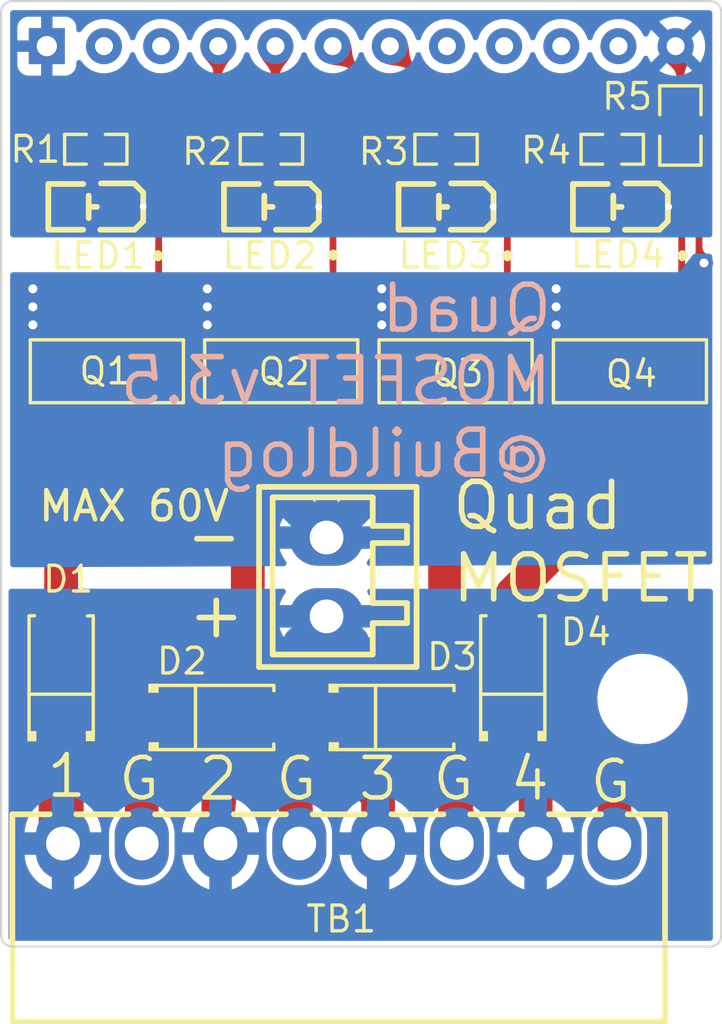
<source format=kicad_pcb>
(kicad_pcb (version 20211014) (generator pcbnew)
  (layers (0 "F.Cu" signal) (31 "B.Cu" signal) (34 "B.Paste" user) (35 "F.Paste" user) (36 "B.SilkS" user "B.Silkscreen") (37 "F.SilkS" user "F.Silkscreen") (38 "B.Mask" user) (39 "F.Mask" user) (44 "Edge.Cuts" user))
  (net 0 "")
  (net 1 "VM")
  (net 2 "GND_VM")
  (net 3 "GND")
  (net 4 "Q4_2")
  (net 5 "Q1_2")
  (net 6 "Q3_2")
  (net 7 "Q2_2")
  (net 8 "MOD1_7")
  (net 9 "MOD1_6")
  (net 10 "MOD1_5")
  (net 11 "MOD1_4")
  (net 12 "LED4_1")
  (net 13 "LED3_1")
  (net 14 "LED2_1")
  (net 15 "LED1_1")
  (footprint "easyeda:SOT-223_L6.5-W3.5-P2.30-LS7.0-BR" (layer "F.Cu") (at 129.589 89.863 90)
    (fp_text reference "Q1")
    (fp_text value "NCE6005AR" hide)
  )
  (footprint "easyeda:R0603" (layer "F.Cu") (at 152.0435 80.001)
    (fp_text reference "R4")
    (fp_text value "5.1kΩ" hide)
  )
  (footprint "easyeda:6 PACK MODULE PCB BOTTOM" (layer "F.Cu") (at 154.86 75.42)
    (fp_text reference "MOD1" hide)
    (fp_text value "6 Pack Module Pins Bottom" hide)
    (fp_line (start -29.97 -1.5) (end -29.97 39.5) (layer "Edge.Cuts") (width 0.1))
    (fp_line (start 1.53 -2) (end -29.47 -2) (layer "Edge.Cuts") (width 0.1))
    (fp_line (start 2.03 39.5) (end 2.03 -1.5) (layer "Edge.Cuts") (width 0.1))
    (fp_line (start -29.47 40) (end 1.53 40) (layer "Edge.Cuts") (width 0.1))
    (fp_arc (start -29.97 -1.5) (mid -29.823553 -1.853553) (end -29.47 -2) (layer "Edge.Cuts") (width 0.1))
    (fp_arc (start 1.53 -2) (mid 1.883553 -1.853553) (end 2.03 -1.5) (layer "Edge.Cuts") (width 0.1))
    (fp_arc (start -29.47 40) (mid -29.823553 39.853553) (end -29.97 39.5) (layer "Edge.Cuts") (width 0.1))
    (fp_arc (start 2.03 39.5) (mid 1.883553 39.853553) (end 1.53 40) (layer "Edge.Cuts") (width 0.1))
  )
  (footprint "easyeda:LED0805-R-RD" (layer "F.Cu") (at 152.29 82.56 180)
    (fp_text reference "LED4")
    (fp_text value "SZYY0805G" hide)
  )
  (footprint "easyeda:LED0805-R-RD" (layer "F.Cu") (at 128.98 82.56 180)
    (fp_text reference "LED1")
    (fp_text value "SZYY0805G" hide)
  )
  (footprint "easyeda:LED0805-R-RD" (layer "F.Cu") (at 136.7845 82.56 180)
    (fp_text reference "LED2")
    (fp_text value "SZYY0805G" hide)
  )
  (footprint "easyeda:SMA_L4.3-W2.6-LS5.2-RD" (layer "F.Cu") (at 142.41 105.243)
    (fp_text reference "D3")
    (fp_text value "B340A" hide)
  )
  (footprint "easyeda:CONN-TH_8P-P3.50_KF2EDGR-3.5-8P" (layer "F.Cu") (at 139.889 110.843)
    (fp_text reference "TB1")
    (fp_text value "KF2EDGR-3.5-8P" hide)
  )
  (footprint "easyeda:SOT-223_L6.5-W3.5-P2.30-LS7.0-BR" (layer "F.Cu") (at 137.336 89.863 90)
    (fp_text reference "Q2")
    (fp_text value "NCE6005AR" hide)
  )
  (footprint "easyeda:LED0805-R-RD" (layer "F.Cu") (at 144.543 82.56 180)
    (fp_text reference "LED3")
    (fp_text value "SZYY0805G" hide)
  )
  (footprint "easyeda:R0805" (layer "F.Cu") (at 155.07 78.944 -90)
    (fp_text reference "R5")
    (fp_text value "10MΩ" hide)
  )
  (footprint "easyeda:SOT-223_L6.5-W3.5-P2.30-LS7.0-BR" (layer "F.Cu") (at 145.083 89.863 90)
    (fp_text reference "Q3")
    (fp_text value "NCE6005AR" hide)
  )
  (footprint "easyeda:SMA_L4.3-W2.6-LS5.2-RD" (layer "F.Cu") (at 147.623 103.325 90)
    (fp_text reference "D4")
    (fp_text value "B340A" hide)
  )
  (footprint "easyeda:CONN-TH_P3.50_KF2EDGV-3.5-2P" (layer "F.Cu") (at 139.35 99 90)
    (fp_text reference "TB2" hide)
    (fp_text value "KF2EDGV-3.5-2P" hide)
  )
  (footprint "easyeda:SMA_L4.3-W2.6-LS5.2-RD" (layer "F.Cu") (at 127.557 103.325 90)
    (fp_text reference "D1")
    (fp_text value "B340A" hide)
  )
  (footprint "easyeda:SOT-223_L6.5-W3.5-P2.30-LS7.0-BR" (layer "F.Cu") (at 152.83 89.863 90)
    (fp_text reference "Q4")
    (fp_text value "NCE6005AR" hide)
  )
  (footprint "easyeda:R0603" (layer "F.Cu") (at 144.6585 80.001)
    (fp_text reference "R3")
    (fp_text value "5.1kΩ" hide)
  )
  (footprint "easyeda:SMA_L4.3-W2.6-LS5.2-RD" (layer "F.Cu") (at 134.409 105.243)
    (fp_text reference "D2")
    (fp_text value "B340A" hide)
  )
  (footprint "easyeda:R0603" (layer "F.Cu") (at 129.0955 80.001)
    (fp_text reference "R1")
    (fp_text value "5.1kΩ" hide)
  )
  (footprint "easyeda:R0603" (layer "F.Cu") (at 136.9 80.001)
    (fp_text reference "R2")
    (fp_text value "5.1kΩ" hide)
  )
  (gr_line (start 142.924 96.732) (end 141.4 96.732) (layer "F.SilkS") (width 0.254))
  (gr_line (start 141.4 102.447) (end 141.4 101.05) (layer "F.SilkS") (width 0.254))
  (gr_line (start 136.955 95.462) (end 136.955 102.447) (layer "F.SilkS") (width 0.254))
  (gr_line (start 141.4 95.462) (end 136.955 95.462) (layer "F.SilkS") (width 0.254))
  (gr_line (start 136.955 102.447) (end 141.4 102.447) (layer "F.SilkS") (width 0.254))
  (gr_line (start 142.924 97.494) (end 142.924 96.732) (layer "F.SilkS") (width 0.254))
  (gr_line (start 141.4 97.494) (end 142.924 97.494) (layer "F.SilkS") (width 0.254))
  (gr_line (start 141.4 96.732) (end 141.4 95.462) (layer "F.SilkS") (width 0.254))
  (gr_line (start 141.4 101.05) (end 142.924 101.05) (layer "F.SilkS") (width 0.254))
  (gr_line (start 141.4 100.161) (end 141.4 97.494) (layer "F.SilkS") (width 0.254))
  (gr_line (start 142.924 100.161) (end 141.4 100.161) (layer "F.SilkS") (width 0.254))
  (gr_line (start 142.924 101.05) (end 142.924 100.161) (layer "F.SilkS") (width 0.254))
  (gr_text "Quad\nMOSFET v3.5 \n@Buildlog" (at 149.5 90.3) (layer "B.SilkS") (effects (font (size 2 2) (thickness 0.25)) (justify left mirror)))
  (gr_text "+" (at 134.45 100.65) (layer "F.SilkS") (effects (font (size 2 2) (thickness 0.25))))
  (gr_text "G" (at 150.94 108.097) (layer "F.SilkS") (effects (font (size 1.8 1.8) (thickness 0.203)) (justify left)))
  (gr_text "4" (at 147.384 107.97) (layer "F.SilkS") (effects (font (size 1.8 1.8) (thickness 0.203)) (justify left)))
  (gr_text "G" (at 129.985 107.97) (layer "F.SilkS") (effects (font (size 1.8 1.8) (thickness 0.203)) (justify left)))
  (gr_text "-" (at 134.35 97.15) (layer "F.SilkS") (effects (font (size 2 2) (thickness 0.25))))
  (gr_text "Quad\nMOSFET" (at 144.8 97.45) (layer "F.SilkS") (effects (font (size 2 2) (thickness 0.25)) (justify left)))
  (gr_text "G" (at 143.955 107.97) (layer "F.SilkS") (effects (font (size 1.8 1.8) (thickness 0.203)) (justify left)))
  (gr_text "1" (at 126.81 107.843) (layer "F.SilkS") (effects (font (size 1.8 1.8) (thickness 0.203)) (justify left)))
  (gr_text "3" (at 140.653 107.97) (layer "F.SilkS") (effects (font (size 1.8 1.8) (thickness 0.203)) (justify left)))
  (gr_text "2" (at 133.541 107.97) (layer "F.SilkS") (effects (font (size 1.8 1.8) (thickness 0.203)) (justify left)))
  (gr_text "MAX 60V" (at 130.8 95.85) (layer "F.SilkS") (effects (font (size 1.3 1.3) (thickness 0.2))))
  (gr_text "G" (at 136.97 107.97) (layer "F.SilkS") (effects (font (size 1.8 1.8) (thickness 0.203)) (justify left)))
  (segment (start 141.639 110.64) (end 141.639 108.7255) (width 1.5) (layer "F.Cu") (net 1))
  (segment (start 132.215 106.205) (end 134.542 108.532) (width 1.5) (layer "F.Cu") (net 1))
  (segment (start 148.639 108.589) (end 147.623 107.573) (width 1.5) (layer "F.Cu") (net 1))
  (segment (start 134.542 110.543) (end 134.639 110.64) (width 1.5) (layer "F.Cu") (net 1))
  (segment (start 127.557 110.557) (end 127.64 110.64) (width 2) (layer "F.Cu") (net 1))
  (segment (start 141.639 108.7255) (end 140.216 107.3025) (width 1.5) (layer "F.Cu") (net 1))
  (segment (start 140.216 107.3025) (end 140.216 105.484) (width 1.5) (layer "F.Cu") (net 1))
  (segment (start 148.639 110.64) (end 148.639 108.589) (width 1.5) (layer "F.Cu") (net 1))
  (segment (start 134.542 108.532) (end 134.542 110.543) (width 1.5) (layer "F.Cu") (net 1))
  (segment (start 147.623 107.573) (end 147.623 105.525) (width 1.5) (layer "F.Cu") (net 1))
  (segment (start 127.557 105.525) (end 127.557 110.557) (width 2) (layer "F.Cu") (net 1))
  (segment (start 132.215 105.484) (end 132.215 106.205) (width 1.5) (layer "F.Cu") (net 1))
  (segment (start 139.35 100.75) (end 140.5 101.9) (width 1.5) (layer "B.Cu") (net 1))
  (segment (start 139.35 100.75) (end 138.15 101.95) (width 1.5) (layer "B.Cu") (net 1))
  (segment (start 155.07 79.91) (end 155.9 80.74) (width 0.3) (layer "F.Cu") (net 2))
  (segment (start 155.9 80.74) (end 155.9 84.83) (width 0.3) (layer "F.Cu") (net 2))
  (segment (start 155.9 84.83) (end 156.12 85.05) (width 0.3) (layer "F.Cu") (net 2))
  (via (at 134.05 86.2) (size 0.8) (drill 0.4) (layers "F.Cu" "B.Cu") (net 2))
  (via (at 134.05 87) (size 0.8) (drill 0.4) (layers "F.Cu" "B.Cu") (net 2))
  (via (at 149.55 87) (size 0.8) (drill 0.4) (layers "F.Cu" "B.Cu") (net 2))
  (via (at 141.8 87.8) (size 0.8) (drill 0.4) (layers "F.Cu" "B.Cu") (net 2))
  (via (at 126.3 87) (size 0.8) (drill 0.4) (layers "F.Cu" "B.Cu") (net 2))
  (via (at 141.8 87) (size 0.8) (drill 0.4) (layers "F.Cu" "B.Cu") (net 2))
  (via (at 126.3 87.8) (size 0.8) (drill 0.4) (layers "F.Cu" "B.Cu") (net 2))
  (via (at 141.8 86.2) (size 0.8) (drill 0.4) (layers "F.Cu" "B.Cu") (net 2))
  (via (at 134.05 87.8) (size 0.8) (drill 0.4) (layers "F.Cu" "B.Cu") (net 2))
  (via (at 149.55 87.8) (size 0.8) (drill 0.4) (layers "F.Cu" "B.Cu") (net 2))
  (via (at 126.3 86.2) (size 0.8) (drill 0.4) (layers "F.Cu" "B.Cu") (net 2))
  (via (at 156.12 85.05) (size 0.8) (drill 0.4) (layers "F.Cu" "B.Cu") (net 2))
  (via (at 149.55 86.2) (size 0.8) (drill 0.4) (layers "F.Cu" "B.Cu") (net 2))
  (segment (start 139.35 97.25) (end 138 95.9) (width 1.5) (layer "B.Cu") (net 2))
  (segment (start 139.35 97.25) (end 140.7 95.9) (width 1.5) (layer "B.Cu") (net 2))
  (segment (start 131.2 82.55) (end 130.04 82.55) (width 0.3) (layer "F.Cu") (net 3))
  (segment (start 155.07 75.63) (end 154.86 75.42) (width 0.3) (layer "F.Cu") (net 3))
  (segment (start 139 82.56) (end 137.8345 82.56) (width 0.3) (layer "F.Cu") (net 3))
  (segment (start 130.04 82.55) (end 130.03 82.56) (width 0.3) (layer "F.Cu") (net 3))
  (segment (start 146.75 82.56) (end 145.593 82.56) (width 0.3) (layer "F.Cu") (net 3))
  (segment (start 154.24 82.56) (end 154.49 82.56) (width 0.3) (layer "F.Cu") (net 3))
  (segment (start 155.07 77.978) (end 155.07 75.63) (width 0.3) (layer "F.Cu") (net 3))
  (segment (start 154.49 82.56) (end 154.5 82.55) (width 0.3) (layer "F.Cu") (net 3))
  (segment (start 153.34 82.56) (end 154.24 82.56) (width 0.3) (layer "F.Cu") (net 3))
  (via (at 131.2 82.55) (size 0.6) (drill 0.3) (layers "F.Cu" "B.Cu") (net 3))
  (via (at 146.75 82.56) (size 0.6) (drill 0.3) (layers "F.Cu" "B.Cu") (net 3))
  (via (at 139 82.56) (size 0.6) (drill 0.3) (layers "F.Cu" "B.Cu") (net 3))
  (via (at 154.55 82.56) (size 0.6) (drill 0.3) (layers "F.Cu" "B.Cu") (net 3))
  (segment (start 152.139 108.539) (end 149.782 106.182) (width 1.5) (layer "F.Cu") (net 4))
  (segment (start 152.83 94.523) (end 147.623 99.73) (width 1.5) (layer "F.Cu") (net 4))
  (segment (start 152.139 110.64) (end 152.139 108.539) (width 1.5) (layer "F.Cu") (net 4))
  (segment (start 149.782 103.833) (end 147.623 101.674) (width 1.5) (layer "F.Cu") (net 4))
  (segment (start 147.623 99.73) (end 147.623 101.125) (width 1.5) (layer "F.Cu") (net 4))
  (segment (start 152.83 87.006) (end 152.83 92.721) (width 1) (layer "F.Cu") (net 4))
  (segment (start 147.623 101.674) (end 147.623 101.125) (width 1.5) (layer "F.Cu") (net 4))
  (segment (start 152.83 92.721) (end 152.83 94.523) (width 1.5) (layer "F.Cu") (net 4))
  (segment (start 149.782 106.182) (end 149.782 103.833) (width 1.5) (layer "F.Cu") (net 4))
  (segment (start 131.138 108.811) (end 131.138 110.64) (width 1.5) (layer "F.Cu") (net 5))
  (segment (start 129.589 95.451) (end 129.589 92.721) (width 1.5) (layer "F.Cu") (net 5))
  (segment (start 127.557 97.483) (end 129.589 95.451) (width 1.5) (layer "F.Cu") (net 5))
  (segment (start 127.897 101.125) (end 129.97 103.198) (width 1.5) (layer "F.Cu") (net 5))
  (segment (start 127.557 101.125) (end 127.897 101.125) (width 1.5) (layer "F.Cu") (net 5))
  (segment (start 129.97 103.198) (end 129.97 107.643) (width 1.5) (layer "F.Cu") (net 5))
  (segment (start 129.589 87.006) (end 129.589 92.721) (width 1) (layer "F.Cu") (net 5))
  (segment (start 127.557 101.125) (end 127.557 97.483) (width 1.5) (layer "F.Cu") (net 5))
  (segment (start 129.97 107.643) (end 131.138 108.811) (width 1.5) (layer "F.Cu") (net 5))
  (segment (start 145.083 108.151) (end 145.083 110.584) (width 1.5) (layer "F.Cu") (net 6))
  (segment (start 144.616 93.188) (end 144.616 105.484) (width 1.5) (layer "F.Cu") (net 6))
  (segment (start 144.616 107.684) (end 145.083 108.151) (width 1.5) (layer "F.Cu") (net 6))
  (segment (start 144.616 105.484) (end 144.616 107.684) (width 1.5) (layer "F.Cu") (net 6))
  (segment (start 145.083 87.006) (end 145.083 92.721) (width 1) (layer "F.Cu") (net 6))
  (segment (start 145.083 92.721) (end 144.616 93.188) (width 1.5) (layer "F.Cu") (net 6))
  (segment (start 145.083 110.584) (end 145.139 110.64) (width 1.5) (layer "F.Cu") (net 6))
  (segment (start 138.139 110.64) (end 137.971 110.472) (width 1.5) (layer "F.Cu") (net 7))
  (segment (start 137.971 108.704) (end 136.615 107.348) (width 1.5) (layer "F.Cu") (net 7))
  (segment (start 137.971 110.472) (end 137.971 108.704) (width 1.5) (layer "F.Cu") (net 7))
  (segment (start 136.615 103.065) (end 135.85 102.3) (width 1.5) (layer "F.Cu") (net 7))
  (segment (start 135.85 96.103) (end 137.336 94.617) (width 1.5) (layer "F.Cu") (net 7))
  (segment (start 137.336 94.617) (end 137.336 92.721) (width 1.5) (layer "F.Cu") (net 7))
  (segment (start 136.615 107.348) (end 136.615 103.065) (width 1.5) (layer "F.Cu") (net 7))
  (segment (start 137.336 87.006) (end 137.336 92.721) (width 1) (layer "F.Cu") (net 7))
  (segment (start 135.85 102.3) (end 135.85 96.103) (width 1.5) (layer "F.Cu") (net 7))
  (segment (start 142.16 75.42) (end 144.14 77.4) (width 0.3) (layer "F.Cu") (net 8))
  (segment (start 144.14 77.4) (end 150.1955 77.4) (width 0.3) (layer "F.Cu") (net 8))
  (segment (start 155.13 81.83) (end 155.13 87.005) (width 0.3) (layer "F.Cu") (net 8))
  (segment (start 154.4 81.1) (end 155.13 81.83) (width 0.3) (layer "F.Cu") (net 8))
  (segment (start 152.7965 80.001) (end 153.8955 81.1) (width 0.3) (layer "F.Cu") (net 8))
  (segment (start 153.8955 81.1) (end 154.4 81.1) (width 0.3) (layer "F.Cu") (net 8))
  (segment (start 150.1955 77.4) (end 152.7965 80.001) (width 0.3) (layer "F.Cu") (net 8))
  (segment (start 145.4115 80.001) (end 146.501 80.001) (width 0.3) (layer "F.Cu") (net 9))
  (segment (start 142.6 78.4) (end 139.62 75.42) (width 0.3) (layer "F.Cu") (net 9))
  (segment (start 147.383 80.883) (end 147.383 87.005) (width 0.3) (layer "F.Cu") (net 9))
  (segment (start 145.4115 80.001) (end 143.8105 78.4) (width 0.3) (layer "F.Cu") (net 9))
  (segment (start 146.501 80.001) (end 147.383 80.883) (width 0.3) (layer "F.Cu") (net 9))
  (segment (start 143.8105 78.4) (end 142.6 78.4) (width 0.3) (layer "F.Cu") (net 9))
  (segment (start 137.08 75.42) (end 137.08 79.428) (width 0.3) (layer "F.Cu") (net 10))
  (segment (start 137.08 79.428) (end 137.653 80.001) (width 0.3) (layer "F.Cu") (net 10))
  (segment (start 139.636 80.736) (end 139.636 87.005) (width 0.3) (layer "F.Cu") (net 10))
  (segment (start 139.636 80.736) (end 138.901 80.001) (width 0.3) (layer "F.Cu") (net 10))
  (segment (start 138.901 80.001) (end 137.653 80.001) (width 0.3) (layer "F.Cu") (net 10))
  (segment (start 129.8485 80.001) (end 130.869 80.001) (width 0.3) (layer "F.Cu") (net 11))
  (segment (start 129.8485 80.001) (end 131.199 80.001) (width 0.3) (layer "F.Cu") (net 11))
  (segment (start 134.54 76.66) (end 134.54 75.42) (width 0.3) (layer "F.Cu") (net 11))
  (segment (start 131.889 80.689) (end 131.889 87.005) (width 0.3) (layer "F.Cu") (net 11))
  (segment (start 129.8485 80.001) (end 130.749 80.001) (width 0.3) (layer "F.Cu") (net 11))
  (segment (start 131.201 80.001) (end 131.889 80.689) (width 0.3) (layer "F.Cu") (net 11))
  (segment (start 131.199 80.001) (end 134.54 76.66) (width 0.3) (layer "F.Cu") (net 11))
  (segment (start 129.8485 80.001) (end 131.201 80.001) (width 0.3) (layer "F.Cu") (net 11))
  (segment (start 151.24 80.0515) (end 151.2905 80.001) (width 0.3) (layer "F.Cu") (net 12))
  (segment (start 151.24 82.56) (end 151.24 80.0515) (width 0.3) (layer "F.Cu") (net 12))
  (segment (start 143.493 80.4135) (end 143.9055 80.001) (width 0.3) (layer "F.Cu") (net 13))
  (segment (start 143.493 82.56) (end 143.493 80.4135) (width 0.3) (layer "F.Cu") (net 13))
  (segment (start 135.7345 80.4135) (end 136.147 80.001) (width 0.3) (layer "F.Cu") (net 14))
  (segment (start 135.7345 82.56) (end 135.7345 80.4135) (width 0.3) (layer "F.Cu") (net 14))
  (segment (start 127.93 80.4135) (end 128.3425 80.001) (width 0.3) (layer "F.Cu") (net 15))
  (segment (start 127.93 82.56) (end 127.93 80.4135) (width 0.3) (layer "F.Cu") (net 15))
  (zone (net 9) (net_name "MOD1_6") (layer "F.Cu") (priority 16962) (connect_pads yes (clearance 0)) (min_thickness 0.0254) (fill yes (thermal_gap 0.508) (thermal_bridge_width 0.508))
    (polygon (pts (xy 140.850365 76.438233) (xy 140.725031 76.300296) (xy 140.634425 76.173901) (xy 140.572014 76.05554) (xy 140.531263 75.941708) (xy 140.505637 75.828899) (xy 140.488603 75.713605) (xy 140.473625 75.59232) (xy 140.454171 75.461539) (xy 140.423704 75.317754) (xy 140.375693 75.15746) (xy 139.337158 75.137158) (xy 139.35746 76.175693) (xy 139.517754 76.223704) (xy 139.661539 76.254171) (xy 139.79232 76.273625) (xy 139.913605 76.288603) (xy 140.028899 76.305637) (xy 140.141708 76.331263) (xy 140.25554 76.372014) (xy 140.373901 76.434425) (xy 140.500296 76.525031) (xy 140.638233 76.650365)))
  )
  (zone (net 10) (net_name "MOD1_5") (layer "F.Cu") (priority 16962) (connect_pads yes (clearance 0)) (min_thickness 0.0254) (fill yes (thermal_gap 0.508) (thermal_bridge_width 0.508))
    (polygon (pts (xy 139.486 85.96) (xy 139.481411 86.080306) (xy 139.46825 86.180769) (xy 139.447427 86.265605) (xy 139.419851 86.339031) (xy 139.386431 86.405265) (xy 139.348077 86.468524) (xy 139.305697 86.533026) (xy 139.260201 86.602987) (xy 139.212499 86.682625) (xy 139.1635 86.776158) (xy 139.636 87.2675) (xy 140.1085 86.776158) (xy 140.0595 86.682625) (xy 140.011798 86.602987) (xy 139.966302 86.533026) (xy 139.923922 86.468524) (xy 139.885568 86.405265) (xy 139.852148 86.339031) (xy 139.824572 86.265605) (xy 139.803749 86.180769) (xy 139.790588 86.080306) (xy 139.786 85.96)))
  )
  (zone (net 11) (net_name "MOD1_4") (layer "F.Cu") (priority 16962) (connect_pads yes (clearance 0)) (min_thickness 0.0254) (fill yes (thermal_gap 0.508) (thermal_bridge_width 0.508))
    (polygon (pts (xy 134.391508 77.020624) (xy 134.509009 76.894141) (xy 134.599071 76.779701) (xy 134.668143 76.674703) (xy 134.722674 76.576548) (xy 134.769115 76.482635) (xy 134.813914 76.390364) (xy 134.86352 76.297133) (xy 134.924385 76.200343) (xy 135.002956 76.097394) (xy 135.105685 75.985685) (xy 134.54 75.02) (xy 133.82 75.768711) (xy 133.891657 75.892816) (xy 133.975454 76.006214) (xy 134.063861 76.111242) (xy 134.149351 76.210238) (xy 134.224393 76.305541) (xy 134.281459 76.399489) (xy 134.313019 76.49442) (xy 134.311544 76.592672) (xy 134.269506 76.696583) (xy 134.179376 76.808492)))
  )
  (zone (net 14) (net_name "LED2_1") (layer "F.Cu") (priority 16962) (connect_pads yes (clearance 0)) (min_thickness 0.0254) (fill yes (thermal_gap 0.508) (thermal_bridge_width 0.508))
    (polygon (pts (xy 135.5845 81.57) (xy 135.580277 81.683629) (xy 135.568154 81.778655) (xy 135.548944 81.85902) (xy 135.523463 81.928663) (xy 135.492524 81.991526) (xy 135.456944 82.051549) (xy 135.417537 82.112672) (xy 135.375117 82.178838) (xy 135.3305 82.253985) (xy 135.2845 82.342056) (xy 135.7345 82.81) (xy 136.1845 82.342056) (xy 136.138499 82.253985) (xy 136.093882 82.178838) (xy 136.051462 82.112672) (xy 136.012055 82.051549) (xy 135.976475 81.991526) (xy 135.945536 81.928663) (xy 135.920055 81.85902) (xy 135.900845 81.778655) (xy 135.888722 81.683629) (xy 135.8845 81.57)))
  )
  (zone (net 5) (net_name "Q1_2") (layer "F.Cu") (priority 16962) (connect_pads yes (clearance 0)) (min_thickness 0.0254) (fill yes (thermal_gap 0.508) (thermal_bridge_width 0.508))
    (polygon (pts (xy 130.339 95.1835) (xy 130.340478 94.909352) (xy 130.345852 94.670235) (xy 130.356531 94.459815) (xy 130.373926 94.271756) (xy 130.399445 94.099723) (xy 130.434499 93.937381) (xy 130.480497 93.778396) (xy 130.538848 93.616433) (xy 130.610962 93.445157) (xy 130.69825 93.258234) (xy 129.589 92.10475) (xy 128.47975 93.258234) (xy 128.567037 93.445157) (xy 128.639151 93.616433) (xy 128.697502 93.778396) (xy 128.7435 93.937381) (xy 128.778554 94.099723) (xy 128.804073 94.271756) (xy 128.821468 94.459815) (xy 128.832147 94.670235) (xy 128.837521 94.909352) (xy 128.839 95.1835)))
  )
  (zone (net 2) (net_name "GND_VM") (layer "F.Cu") (connect_pads yes (clearance 0)) (min_thickness 0.254) (fill yes (thermal_gap 0.508) (thermal_bridge_width 0.508) (smoothing fillet) (radius 0.5))
    (polygon (pts (xy 151.05 88.233) (xy 149.02 88.233) (xy 149.02 85.773) (xy 151.05 85.773)))
  )
  (zone (net 1) (net_name "VM") (layer "F.Cu") (priority 16962) (connect_pads yes (clearance 0)) (min_thickness 0.0254) (fill yes (thermal_gap 0.508) (thermal_bridge_width 0.508))
    (polygon (pts (xy 133.494862 106.424202) (xy 133.40712 106.333854) (xy 133.328888 106.247079) (xy 133.260861 106.163489) (xy 133.203736 106.082698) (xy 133.158209 106.004319) (xy 133.124978 105.927964) (xy 133.10474 105.853245) (xy 133.09819 105.779777) (xy 133.106027 105.707172) (xy 133.128946 105.635043) (xy 132.184922 104.743581) (xy 131.501894 105.950106) (xy 131.603423 106.068503) (xy 131.684182 106.195049) (xy 131.751269 106.32961) (xy 131.811781 106.472055) (xy 131.872814 106.62225) (xy 131.941466 106.780064) (xy 132.024833 106.945364) (xy 132.130014 107.118019) (xy 132.264104 107.297895) (xy 132.434202 107.484862)))
  )
  (zone (net 3) (net_name "GND") (layer "F.Cu") (priority 16962) (connect_pads yes (clearance 0)) (min_thickness 0.0254) (fill yes (thermal_gap 0.508) (thermal_bridge_width 0.508))
    (polygon (pts (xy 146.16 82.71) (xy 146.225915 82.711125) (xy 146.282489 82.714535) (xy 146.33156 82.720278) (xy 146.374963 82.728405) (xy 146.414536 82.738965) (xy 146.452115 82.752008) (xy 146.489538 82.767583) (xy 146.52864 82.78574) (xy 146.57126 82.806529) (xy 146.619234 82.83) (xy 146.9 82.56) (xy 146.619234 82.29) (xy 146.57126 82.31347) (xy 146.52864 82.334259) (xy 146.489538 82.352416) (xy 146.452115 82.367991) (xy 146.414536 82.381034) (xy 146.374963 82.391594) (xy 146.33156 82.399721) (xy 146.282489 82.405464) (xy 146.225915 82.408874) (xy 146.16 82.41)))
  )
  (zone (net 2) (net_name "GND_VM") (layer "F.Cu") (connect_pads yes (clearance 0)) (min_thickness 0.254) (fill yes (thermal_gap 0.508) (thermal_bridge_width 0.508) (smoothing fillet) (radius 0.5))
    (polygon (pts (xy 135.56 88.233) (xy 133.53 88.233) (xy 133.53 85.773) (xy 135.56 85.773)))
  )
  (zone (net 6) (net_name "Q3_2") (layer "F.Cu") (priority 16962) (connect_pads yes (clearance 0)) (min_thickness 0.0254) (fill yes (thermal_gap 0.508) (thermal_bridge_width 0.508))
    (polygon (pts (xy 144.583 90.2585) (xy 144.575824 90.537353) (xy 144.554779 90.773887) (xy 144.520586 90.976778) (xy 144.473968 91.154701) (xy 144.415646 91.316333) (xy 144.346342 91.470349) (xy 144.266779 91.625424) (xy 144.177678 91.790235) (xy 144.07976 91.973457) (xy 143.97375 92.183766) (xy 145.083 93.33725) (xy 146.19225 92.183766) (xy 146.086239 91.973457) (xy 145.988321 91.790235) (xy 145.89922 91.625424) (xy 145.819657 91.470349) (xy 145.750353 91.316333) (xy 145.692031 91.154701) (xy 145.645413 90.976778) (xy 145.61122 90.773887) (xy 145.590175 90.537353) (xy 145.583 90.2585)))
  )
  (zone (net 10) (net_name "MOD1_5") (layer "F.Cu") (priority 16962) (connect_pads yes (clearance 0)) (min_thickness 0.0254) (fill yes (thermal_gap 0.508) (thermal_bridge_width 0.508))
    (polygon (pts (xy 137.23 77.01) (xy 137.238911 76.823839) (xy 137.264218 76.670396) (xy 137.303781 76.542571) (xy 137.355456 76.433264) (xy 137.417105 76.335375) (xy 137.486585 76.241805) (xy 137.561755 76.145453) (xy 137.640475 76.03922) (xy 137.720604 75.916006) (xy 137.8 75.768711) (xy 137.08 75.02) (xy 136.36 75.768711) (xy 136.439395 75.916006) (xy 136.519524 76.03922) (xy 136.598244 76.145453) (xy 136.673414 76.241805) (xy 136.742894 76.335375) (xy 136.804543 76.433264) (xy 136.856218 76.542571) (xy 136.895781 76.670396) (xy 136.921088 76.823839) (xy 136.93 77.01)))
  )
  (zone (net 3) (net_name "GND") (layer "F.Cu") (priority 16962) (connect_pads yes (clearance 0)) (min_thickness 0.0254) (fill yes (thermal_gap 0.508) (thermal_bridge_width 0.508))
    (polygon (pts (xy 146.583 82.41) (xy 146.46937 82.405777) (xy 146.374344 82.393654) (xy 146.293979 82.374444) (xy 146.224336 82.348963) (xy 146.161473 82.318024) (xy 146.10145 82.282444) (xy 146.040327 82.243037) (xy 145.974161 82.200617) (xy 145.899014 82.156) (xy 145.810944 82.11) (xy 145.343 82.56) (xy 145.810944 83.01) (xy 145.899014 82.963999) (xy 145.974161 82.919382) (xy 146.040327 82.876962) (xy 146.10145 82.837555) (xy 146.161473 82.801975) (xy 146.224336 82.771036) (xy 146.293979 82.745555) (xy 146.374344 82.726345) (xy 146.46937 82.714222) (xy 146.583 82.71)))
  )
  (zone (net 5) (net_name "Q1_2") (layer "F.Cu") (priority 16962) (connect_pads yes (clearance 0)) (min_thickness 0.0254) (fill yes (thermal_gap 0.508) (thermal_bridge_width 0.508))
    (polygon (pts (xy 126.807 99.135) (xy 126.808312 99.356834) (xy 126.811 99.555933) (xy 126.813188 99.735287) (xy 126.813001 99.897885) (xy 126.808563 100.04672) (xy 126.798001 100.184782) (xy 126.779439 100.315061) (xy 126.751001 100.440548) (xy 126.710813 100.564234) (xy 126.657 100.689111) (xy 127.557 101.625) (xy 128.457 100.689111) (xy 128.403186 100.564234) (xy 128.362998 100.440548) (xy 128.33456 100.315061) (xy 128.315998 100.184782) (xy 128.305436 100.04672) (xy 128.300998 99.897885) (xy 128.300811 99.735287) (xy 128.302999 99.555933) (xy 128.305687 99.356834) (xy 128.307 99.135)))
  )
  (zone (net 14) (net_name "LED2_1") (layer "F.Cu") (priority 16962) (connect_pads yes (clearance 0)) (min_thickness 0.0254) (fill yes (thermal_gap 0.508) (thermal_bridge_width 0.508))
    (polygon (pts (xy 135.8845 80.643136) (xy 135.890476 80.58005) (xy 135.907505 80.531305) (xy 135.934233 80.494602) (xy 135.969306 80.467641) (xy 136.011373 80.448123) (xy 136.05908 80.433747) (xy 136.111074 80.422214) (xy 136.166003 80.411225) (xy 136.222514 80.39848) (xy 136.279254 80.38168) (xy 136.289482 79.858518) (xy 135.744001 80.001) (xy 135.739534 80.077632) (xy 135.727412 80.142823) (xy 135.709548 80.199829) (xy 135.687856 80.251905) (xy 135.66425 80.302306) (xy 135.640644 80.354288) (xy 135.618952 80.411107) (xy 135.601088 80.476017) (xy 135.588966 80.552275) (xy 135.5845 80.643136)))
  )
  (zone (net 4) (net_name "Q4_2") (layer "F.Cu") (priority 16962) (connect_pads yes (clearance 0)) (min_thickness 0.0254) (fill yes (thermal_gap 0.508) (thermal_bridge_width 0.508))
    (polygon (pts (xy 147.52047 98.771871) (xy 147.362932 98.958568) (xy 147.255235 99.145415) (xy 147.186779 99.330514) (xy 147.146962 99.511967) (xy 147.125186 99.687878) (xy 147.110849 99.856349) (xy 147.093351 100.015483) (xy 147.062093 100.163383) (xy 147.006474 100.298153) (xy 146.915894 100.417894) (xy 147.623 101.625) (xy 148.523 100.689111) (xy 148.48915 100.616992) (xy 148.456793 100.540152) (xy 148.428675 100.459231) (xy 148.40754 100.374873) (xy 148.396134 100.287721) (xy 148.397203 100.198416) (xy 148.413491 100.107602) (xy 148.447744 100.015921) (xy 148.502708 99.924016) (xy 148.581129 99.83253)))
  )
  (zone (net 4) (net_name "Q4_2") (layer "F.Cu") (priority 16962) (connect_pads yes (clearance 0)) (min_thickness 0.0254) (fill yes (thermal_gap 0.508) (thermal_bridge_width 0.508))
    (polygon (pts (xy 149.242273 102.232613) (xy 149.119761 102.108652) (xy 149.010356 101.993654) (xy 148.914174 101.885873) (xy 148.831335 101.783561) (xy 148.761956 101.684971) (xy 148.706155 101.588357) (xy 148.66405 101.491971) (xy 148.635759 101.394066) (xy 148.621401 101.292895) (xy 148.621093 101.186712) (xy 147.433241 100.662408) (xy 146.955763 101.869844) (xy 147.074156 101.983142) (xy 147.18068 102.098515) (xy 147.280135 102.217606) (xy 147.377321 102.342056) (xy 147.477039 102.473508) (xy 147.584088 102.613604) (xy 147.70327 102.763987) (xy 147.839384 102.926297) (xy 147.997232 103.102179) (xy 148.181613 103.293273)))
  )
  (zone (net 3) (net_name "GND") (layer "F.Cu") (priority 16962) (connect_pads yes (clearance 0)) (min_thickness 0.0254) (fill yes (thermal_gap 0.508) (thermal_bridge_width 0.508))
    (polygon (pts (xy 155.22 77) (xy 155.228622 76.795964) (xy 155.25255 76.626385) (xy 155.288874 76.483424) (xy 155.334686 76.359242) (xy 155.387077 76.246001) (xy 155.443137 76.135862) (xy 155.499959 76.020984) (xy 155.554632 75.893531) (xy 155.604248 75.745662) (xy 155.645899 75.56954) (xy 154.756011 75.033754) (xy 154.255413 75.943902) (xy 154.361086 76.057101) (xy 154.462114 76.152615) (xy 154.556971 76.236443) (xy 154.64413 76.314584) (xy 154.722066 76.393039) (xy 154.789253 76.477807) (xy 154.844166 76.574888) (xy 154.885279 76.69028) (xy 154.911065 76.829984) (xy 154.92 77)))
  )
  (zone (net 12) (net_name "LED4_1") (layer "F.Cu") (priority 16962) (connect_pads yes (clearance 0)) (min_thickness 0.0254) (fill yes (thermal_gap 0.508) (thermal_bridge_width 0.508))
    (polygon (pts (xy 151.09 81.57) (xy 151.085777 81.683629) (xy 151.073654 81.778655) (xy 151.054444 81.85902) (xy 151.028963 81.928663) (xy 150.998024 81.991526) (xy 150.962444 82.051549) (xy 150.923037 82.112672) (xy 150.880617 82.178838) (xy 150.836 82.253985) (xy 150.79 82.342056) (xy 151.24 82.81) (xy 151.69 82.342056) (xy 151.643999 82.253985) (xy 151.599382 82.178838) (xy 151.556962 82.112672) (xy 151.517555 82.051549) (xy 151.481975 81.991526) (xy 151.451036 81.928663) (xy 151.425555 81.85902) (xy 151.406345 81.778655) (xy 151.394222 81.683629) (xy 151.39 81.57)))
  )
  (zone (net 5) (net_name "Q1_2") (layer "F.Cu") (priority 16962) (connect_pads yes (clearance 0)) (min_thickness 0.0254) (fill yes (thermal_gap 0.508) (thermal_bridge_width 0.508))
    (polygon (pts (xy 129.089 90.2585) (xy 129.081824 90.537353) (xy 129.060779 90.773887) (xy 129.026586 90.976778) (xy 128.979968 91.154701) (xy 128.921646 91.316333) (xy 128.852342 91.470349) (xy 128.772779 91.625424) (xy 128.683678 91.790235) (xy 128.58576 91.973457) (xy 128.47975 92.183766) (xy 129.589 93.33725) (xy 130.69825 92.183766) (xy 130.592239 91.973457) (xy 130.494321 91.790235) (xy 130.40522 91.625424) (xy 130.325657 91.470349) (xy 130.256353 91.316333) (xy 130.198031 91.154701) (xy 130.151413 90.976778) (xy 130.11722 90.773887) (xy 130.096175 90.537353) (xy 130.089 90.2585)))
  )
  (zone (net 4) (net_name "Q4_2") (layer "F.Cu") (priority 16962) (connect_pads yes (clearance 0)) (min_thickness 0.0254) (fill yes (thermal_gap 0.508) (thermal_bridge_width 0.508))
    (polygon (pts (xy 152.33 90.2585) (xy 152.322824 90.537353) (xy 152.301779 90.773887) (xy 152.267586 90.976778) (xy 152.220968 91.154701) (xy 152.162646 91.316333) (xy 152.093342 91.470349) (xy 152.013779 91.625424) (xy 151.924678 91.790235) (xy 151.82676 91.973457) (xy 151.72075 92.183766) (xy 152.83 93.33725) (xy 153.93925 92.183766) (xy 153.833239 91.973457) (xy 153.735321 91.790235) (xy 153.64622 91.625424) (xy 153.566657 91.470349) (xy 153.497353 91.316333) (xy 153.439031 91.154701) (xy 153.392413 90.976778) (xy 153.35822 90.773887) (xy 153.337175 90.537353) (xy 153.33 90.2585)))
  )
  (zone (net 3) (net_name "GND") (layer "F.Cu") (priority 16962) (connect_pads yes (clearance 0)) (min_thickness 0.0254) (fill yes (thermal_gap 0.508) (thermal_bridge_width 0.508))
    (polygon (pts (xy 154.92 76.8515) (xy 154.914755 76.981617) (xy 154.899754 77.089968) (xy 154.876093 77.181203) (xy 154.844869 77.259969) (xy 154.80718 77.330915) (xy 154.764122 77.398691) (xy 154.716793 77.467946) (xy 154.66629 77.543328) (xy 154.61371 77.629486) (xy 154.56015 77.731069) (xy 155.07 78.26125) (xy 155.57985 77.731069) (xy 155.526289 77.629486) (xy 155.473709 77.543328) (xy 155.423206 77.467946) (xy 155.375877 77.398691) (xy 155.332819 77.330915) (xy 155.29513 77.259969) (xy 155.263906 77.181203) (xy 155.240245 77.089968) (xy 155.225244 76.981617) (xy 155.22 76.8515)))
  )
  (zone (net 1) (net_name "VM") (layer "F.Cu") (priority 16962) (connect_pads yes (clearance 0)) (min_thickness 0.0254) (fill yes (thermal_gap 0.508) (thermal_bridge_width 0.508))
    (polygon (pts (xy 140.906791 109.053951) (xy 141.015512 109.190495) (xy 141.069008 109.322264) (xy 141.076027 109.450219) (xy 141.045324 109.575323) (xy 140.985648 109.698538) (xy 140.905752 109.820824) (xy 140.814388 109.943145) (xy 140.720307 110.066462) (xy 140.63226 110.191737) (xy 140.559 110.319933) (xy 141.639 111.443) (xy 142.487528 109.994472) (xy 142.362434 109.827907) (xy 142.297761 109.65067) (xy 142.276941 109.463966) (xy 142.283407 109.269002) (xy 142.300592 109.066984) (xy 142.311928 108.859117) (xy 142.30085 108.646608) (xy 142.250789 108.430663) (xy 142.145178 108.212489) (xy 141.967451 107.993291)))
  )
  (zone (net 5) (net_name "Q1_2") (layer "F.Cu") (priority 16962) (connect_pads yes (clearance 0)) (min_thickness 0.0254) (fill yes (thermal_gap 0.508) (thermal_bridge_width 0.508))
    (polygon (pts (xy 130.345334 109.078993) (xy 130.452293 109.211902) (xy 130.508066 109.340785) (xy 130.520544 109.466425) (xy 130.49762 109.589604) (xy 130.447185 109.711105) (xy 130.377131 109.831711) (xy 130.295351 109.952204) (xy 130.209735 110.073366) (xy 130.128176 110.195981) (xy 130.058566 110.320831) (xy 131.139498 111.442999) (xy 131.987528 109.994472) (xy 131.861126 109.829022) (xy 131.791876 109.653782) (xy 131.764033 109.469743) (xy 131.761852 109.277896) (xy 131.769589 109.079232) (xy 131.7715 108.874742) (xy 131.75184 108.665416) (xy 131.694865 108.452245) (xy 131.584831 108.236221) (xy 131.405993 108.018334)))
  )
  (zone (net 7) (net_name "Q2_2") (layer "F.Cu") (priority 16962) (connect_pads yes (clearance 0)) (min_thickness 0.0254) (fill yes (thermal_gap 0.508) (thermal_bridge_width 0.508))
    (polygon (pts (xy 137.26248 109.056139) (xy 137.383506 109.206376) (xy 137.446481 109.351494) (xy 137.460872 109.492723) (xy 137.436147 109.631295) (xy 137.381772 109.768442) (xy 137.307216 109.905395) (xy 137.221946 110.043387) (xy 137.135429 110.183649) (xy 137.057134 110.327412) (xy 136.996528 110.475909) (xy 138.222805 111.437118) (xy 138.987528 109.994472) (xy 138.856316 109.825891) (xy 138.780203 109.648348) (xy 138.743923 109.462593) (xy 138.732213 109.269377) (xy 138.729809 109.069452) (xy 138.721447 108.863568) (xy 138.691863 108.652478) (xy 138.625793 108.436933) (xy 138.507973 108.217682) (xy 138.323139 107.99548)))
  )
  (zone (net 2) (net_name "GND_VM") (layer "F.Cu") (connect_pads yes (clearance 0)) (min_thickness 0.254) (fill yes (thermal_gap 0.508) (thermal_bridge_width 0.508) (smoothing fillet) (radius 0.5))
    (polygon (pts (xy 127.81 88.233) (xy 125.78 88.233) (xy 125.78 85.773) (xy 127.81 85.773)))
  )
  (zone (net 8) (net_name "MOD1_7") (layer "F.Cu") (priority 16962) (connect_pads yes (clearance 0)) (min_thickness 0.0254) (fill yes (thermal_gap 0.508) (thermal_bridge_width 0.508))
    (polygon (pts (xy 152.122628 79.53926) (xy 152.18528 79.6057) (xy 152.234279 79.665716) (xy 152.271968 79.721131) (xy 152.300687 79.773767) (xy 152.32278 79.825446) (xy 152.340589 79.877989) (xy 152.356455 79.933219) (xy 152.372721 79.992959) (xy 152.391728 80.059029) (xy 152.41582 80.133254) (xy 152.938982 80.143482) (xy 152.928754 79.62032) (xy 152.854529 79.596228) (xy 152.788459 79.577221) (xy 152.728719 79.560955) (xy 152.673489 79.545089) (xy 152.620946 79.52728) (xy 152.569267 79.505187) (xy 152.516631 79.476468) (xy 152.461216 79.438779) (xy 152.4012 79.38978) (xy 152.33476 79.327128)))
  )
  (zone (net 1) (net_name "VM") (layer "F.Cu") (priority 16962) (connect_pads yes (clearance 0)) (min_thickness 0.0254) (fill yes (thermal_gap 0.508) (thermal_bridge_width 0.508))
    (polygon (pts (xy 148.373 107.515) (xy 148.371687 107.293165) (xy 148.368999 107.094066) (xy 148.366811 106.914712) (xy 148.366998 106.752114) (xy 148.371436 106.603279) (xy 148.381998 106.465217) (xy 148.40056 106.334938) (xy 148.428998 106.209451) (xy 148.469186 106.085765) (xy 148.523 105.960889) (xy 147.623 105.025) (xy 146.723 105.960889) (xy 146.776813 106.085765) (xy 146.817001 106.209451) (xy 146.845439 106.334938) (xy 146.864001 106.465217) (xy 146.874563 106.603279) (xy 146.879001 106.752114) (xy 146.879188 106.914712) (xy 146.877 107.094066) (xy 146.874312 107.293165) (xy 146.873 107.515)))
  )
  (zone (net 7) (net_name "Q2_2") (layer "F.Cu") (priority 16962) (connect_pads yes (clearance 0)) (min_thickness 0.0254) (fill yes (thermal_gap 0.508) (thermal_bridge_width 0.508))
    (polygon (pts (xy 137.458683 95.554977) (xy 137.64518 95.334497) (xy 137.76865 95.118791) (xy 137.843425 94.908087) (xy 137.883841 94.702616) (xy 137.904232 94.502606) (xy 137.918932 94.308287) (xy 137.942276 94.119888) (xy 137.988597 93.937639) (xy 138.07223 93.761769) (xy 138.207509 93.592509) (xy 137.336 92.10475) (xy 136.22675 93.258234) (xy 136.292665 93.382532) (xy 136.364676 93.504985) (xy 136.436433 93.626227) (xy 136.501582 93.746893) (xy 136.553772 93.867617) (xy 136.586651 93.989034) (xy 136.593868 94.111777) (xy 136.56907 94.236483) (xy 136.505905 94.363784) (xy 136.398023 94.494317)))
  )
  (zone (net 7) (net_name "Q2_2") (layer "F.Cu") (priority 16962) (connect_pads yes (clearance 0)) (min_thickness 0.0254) (fill yes (thermal_gap 0.508) (thermal_bridge_width 0.508))
    (polygon (pts (xy 136.836 90.2585) (xy 136.828824 90.537353) (xy 136.807779 90.773887) (xy 136.773586 90.976778) (xy 136.726968 91.154701) (xy 136.668646 91.316333) (xy 136.599342 91.470349) (xy 136.519779 91.625424) (xy 136.430678 91.790235) (xy 136.33276 91.973457) (xy 136.22675 92.183766) (xy 137.336 93.33725) (xy 138.44525 92.183766) (xy 138.339239 91.973457) (xy 138.241321 91.790235) (xy 138.15222 91.625424) (xy 138.072657 91.470349) (xy 138.003353 91.316333) (xy 137.945031 91.154701) (xy 137.898413 90.976778) (xy 137.86422 90.773887) (xy 137.843175 90.537353) (xy 137.836 90.2585)))
  )
  (zone (net 3) (net_name "GND") (layer "F.Cu") (priority 16962) (connect_pads yes (clearance 0)) (min_thickness 0.0254) (fill yes (thermal_gap 0.508) (thermal_bridge_width 0.508))
    (polygon (pts (xy 138.41 82.71) (xy 138.475915 82.711125) (xy 138.532489 82.714535) (xy 138.58156 82.720278) (xy 138.624963 82.728405) (xy 138.664536 82.738965) (xy 138.702115 82.752008) (xy 138.739538 82.767583) (xy 138.77864 82.78574) (xy 138.82126 82.806529) (xy 138.869234 82.83) (xy 139.15 82.56) (xy 138.869234 82.29) (xy 138.82126 82.31347) (xy 138.77864 82.334259) (xy 138.739538 82.352416) (xy 138.702115 82.367991) (xy 138.664536 82.381034) (xy 138.624963 82.391594) (xy 138.58156 82.399721) (xy 138.532489 82.405464) (xy 138.475915 82.408874) (xy 138.41 82.41)))
  )
  (zone (net 1) (net_name "VM") (layer "F.Cu") (priority 16962) (connect_pads yes (clearance 0)) (min_thickness 0.0254) (fill yes (thermal_gap 0.508) (thermal_bridge_width 0.508))
    (polygon (pts (xy 133.948738 108.999397) (xy 134.068565 109.151806) (xy 134.122924 109.297598) (xy 134.122809 109.438296) (xy 134.079217 109.575426) (xy 134.003142 109.710512) (xy 133.90558 109.845079) (xy 133.797526 109.980651) (xy 133.689976 110.118754) (xy 133.593925 110.260911) (xy 133.520368 110.408649) (xy 134.687342 111.441049) (xy 135.487528 109.994472) (xy 135.361313 109.824084) (xy 135.299305 109.642178) (xy 135.28396 109.450142) (xy 135.297735 109.249362) (xy 135.323083 109.041226) (xy 135.342462 108.827119) (xy 135.338327 108.60843) (xy 135.293134 108.386546) (xy 135.189339 108.162852) (xy 135.009397 107.938738)))
  )
  (zone (net 1) (net_name "VM") (layer "F.Cu") (priority 16962) (connect_pads yes (clearance 0)) (min_thickness 0.0254) (fill yes (thermal_gap 0.508) (thermal_bridge_width 0.508))
    (polygon (pts (xy 126.557 108.437) (xy 126.560084 108.719856) (xy 126.567827 108.981576) (xy 126.577968 109.222825) (xy 126.588243 109.444271) (xy 126.596389 109.646581) (xy 126.600145 109.830419) (xy 126.597247 109.996454) (xy 126.585433 110.145351) (xy 126.562439 110.277778) (xy 126.526005 110.394401) (xy 127.679702 111.441617) (xy 128.681028 110.247874) (xy 128.633806 110.145071) (xy 128.598994 110.025618) (xy 128.574841 109.889235) (xy 128.559594 109.735642) (xy 128.5515 109.564558) (xy 128.548807 109.375705) (xy 128.549763 109.168802) (xy 128.552615 108.94357) (xy 128.555611 108.699729) (xy 128.557 108.437)))
  )
  (zone (net 1) (net_name "VM") (layer "F.Cu") (priority 16962) (connect_pads yes (clearance 0)) (min_thickness 0.0254) (fill yes (thermal_gap 0.508) (thermal_bridge_width 0.508))
    (polygon (pts (xy 140.966 107.244) (xy 140.964604 107.01991) (xy 140.96169 106.818819) (xy 140.959164 106.637689) (xy 140.958934 106.473481) (xy 140.962907 106.323158) (xy 140.972992 106.183682) (xy 140.991096 106.052014) (xy 141.019126 105.925118) (xy 141.05899 105.799955) (xy 141.112596 105.673487) (xy 140.207004 104.743009) (xy 139.312629 105.684276) (xy 139.36734 105.809317) (xy 139.40825 105.933276) (xy 139.437254 106.059138) (xy 139.456245 106.189884) (xy 139.467118 106.328499) (xy 139.471766 106.477965) (xy 139.472084 106.641264) (xy 139.469967 106.821381) (xy 139.467307 107.021299) (xy 139.466 107.244)))
  )
  (zone (net 13) (net_name "LED3_1") (layer "F.Cu") (priority 16962) (connect_pads yes (clearance 0)) (min_thickness 0.0254) (fill yes (thermal_gap 0.508) (thermal_bridge_width 0.508))
    (polygon (pts (xy 143.643 80.643136) (xy 143.648976 80.58005) (xy 143.666005 80.531305) (xy 143.692733 80.494602) (xy 143.727806 80.467641) (xy 143.769873 80.448123) (xy 143.81758 80.433747) (xy 143.869574 80.422214) (xy 143.924503 80.411225) (xy 143.981014 80.39848) (xy 144.037754 80.38168) (xy 144.047982 79.858518) (xy 143.502501 80.001) (xy 143.498034 80.077632) (xy 143.485912 80.142823) (xy 143.468048 80.199829) (xy 143.446356 80.251905) (xy 143.42275 80.302306) (xy 143.399144 80.354288) (xy 143.377452 80.411107) (xy 143.359588 80.476017) (xy 143.347466 80.552275) (xy 143.343 80.643136)))
  )
  (zone (net 6) (net_name "Q3_2") (layer "F.Cu") (priority 16962) (connect_pads yes (clearance 0)) (min_thickness 0.0254) (fill yes (thermal_gap 0.508) (thermal_bridge_width 0.508))
    (polygon (pts (xy 145.366 95.1005) (xy 145.369512 94.880392) (xy 145.380896 94.685954) (xy 145.401422 94.513706) (xy 145.432361 94.360166) (xy 145.474981 94.221854) (xy 145.530554 94.095287) (xy 145.60035 93.976986) (xy 145.685638 93.863469) (xy 145.787689 93.751254) (xy 145.907774 93.636862) (xy 145.315382 92.150245) (xy 143.853053 92.800284) (xy 143.866801 93.041295) (xy 143.875552 93.257246) (xy 143.880142 93.456619) (xy 143.881407 93.647895) (xy 143.880183 93.839556) (xy 143.877307 94.040083) (xy 143.873614 94.25796) (xy 143.869941 94.501667) (xy 143.867124 94.779686) (xy 143.866 95.1005)))
  )
  (zone (net 2) (net_name "GND_VM") (layer "F.Cu") (connect_pads yes (clearance 0)) (min_thickness 0.254) (fill yes (thermal_gap 0.508) (thermal_bridge_width 0.508) (smoothing fillet) (radius 0.5))
    (polygon (pts (xy 143.3 88.233) (xy 141.27 88.233) (xy 141.27 85.773) (xy 143.3 85.773)))
  )
  (zone (net 3) (net_name "GND") (layer "F.Cu") (priority 16962) (connect_pads yes (clearance 0)) (min_thickness 0.0254) (fill yes (thermal_gap 0.508) (thermal_bridge_width 0.508))
    (polygon (pts (xy 131.03 82.4) (xy 130.91417 82.395841) (xy 130.817217 82.383905) (xy 130.735124 82.365002) (xy 130.663869 82.339944) (xy 130.599435 82.309542) (xy 130.537802 82.274605) (xy 130.474952 82.235944) (xy 130.406864 82.194372) (xy 130.329521 82.150697) (xy 130.238903 82.105732) (xy 129.78005 82.564999) (xy 130.256899 83.005551) (xy 130.344468 82.957708) (xy 130.419308 82.91169) (xy 130.485336 82.868253) (xy 130.546472 82.828153) (xy 130.606633 82.792147) (xy 130.669741 82.760991) (xy 130.739712 82.735442) (xy 130.820466 82.716256) (xy 130.915922 82.70419) (xy 131.03 82.7)))
  )
  (zone (net 4) (net_name "Q4_2") (layer "F.Cu") (priority 16962) (connect_pads yes (clearance 0)) (min_thickness 0.0254) (fill yes (thermal_gap 0.508) (thermal_bridge_width 0.508))
    (polygon (pts (xy 152.886214 95.527445) (xy 153.07451 95.307798) (xy 153.203005 95.09421) (xy 153.285229 94.886586) (xy 153.334708 94.684836) (xy 153.364971 94.488867) (xy 153.389545 94.298586) (xy 153.421958 94.113902) (xy 153.475737 93.934722) (xy 153.564412 93.760955) (xy 153.701509 93.592509) (xy 152.83 92.10475) (xy 151.72075 93.258234) (xy 151.783099 93.37926) (xy 151.848414 93.498825) (xy 151.911259 93.617464) (xy 151.966201 93.735708) (xy 152.007805 93.854093) (xy 152.030637 93.973151) (xy 152.029263 94.093416) (xy 151.998247 94.215421) (xy 151.932156 94.3397) (xy 151.825555 94.466786)))
  )
  (zone (net 6) (net_name "Q3_2") (layer "F.Cu") (priority 16962) (connect_pads yes (clearance 0)) (min_thickness 0.0254) (fill yes (thermal_gap 0.508) (thermal_bridge_width 0.508))
    (polygon (pts (xy 143.866 103.494) (xy 143.866449 103.680764) (xy 143.866919 103.848308) (xy 143.866095 103.999157) (xy 143.86266 104.135838) (xy 143.855298 104.260878) (xy 143.842693 104.376805) (xy 143.823529 104.486145) (xy 143.796489 104.591425) (xy 143.760259 104.695173) (xy 143.713521 104.799915) (xy 144.605995 105.742983) (xy 145.513462 104.814334) (xy 145.467816 104.707798) (xy 145.432519 104.602516) (xy 145.406265 104.495891) (xy 145.387748 104.385329) (xy 145.375662 104.268236) (xy 145.368701 104.142017) (xy 145.365561 104.004079) (xy 145.364934 103.851826) (xy 145.365515 103.682665) (xy 145.366 103.494)))
  )
  (zone (net 4) (net_name "Q4_2") (layer "F.Cu") (priority 16962) (connect_pads yes (clearance 0)) (min_thickness 0.0254) (fill yes (thermal_gap 0.508) (thermal_bridge_width 0.508))
    (polygon (pts (xy 151.538667 108.999326) (xy 151.652009 109.144494) (xy 151.701091 109.28291) (xy 151.696567 109.416012) (xy 151.649093 109.545242) (xy 151.569324 109.672039) (xy 151.467916 109.797843) (xy 151.355524 109.924094) (xy 151.242803 110.052233) (xy 151.14041 110.183699) (xy 151.059 110.319933) (xy 152.139 111.443) (xy 152.987528 109.994472) (xy 152.864818 109.825069) (xy 152.80987 109.643383) (xy 152.804263 109.451004) (xy 152.829578 109.249525) (xy 152.867395 109.040537) (xy 152.899294 108.825632) (xy 152.906857 108.6064) (xy 152.871663 108.384434) (xy 152.775292 108.161326) (xy 152.599326 107.938667)))
  )
  (zone (net 8) (net_name "MOD1_7") (layer "F.Cu") (priority 16962) (connect_pads yes (clearance 0)) (min_thickness 0.0254) (fill yes (thermal_gap 0.508) (thermal_bridge_width 0.508))
    (polygon (pts (xy 143.390365 76.438233) (xy 143.265031 76.300296) (xy 143.174425 76.173901) (xy 143.112014 76.05554) (xy 143.071263 75.941708) (xy 143.045637 75.828899) (xy 143.028603 75.713605) (xy 143.013625 75.59232) (xy 142.994171 75.461539) (xy 142.963704 75.317754) (xy 142.915693 75.15746) (xy 141.877158 75.137158) (xy 141.89746 76.175693) (xy 142.057754 76.223704) (xy 142.201539 76.254171) (xy 142.33232 76.273625) (xy 142.453605 76.288603) (xy 142.568899 76.305637) (xy 142.681708 76.331263) (xy 142.79554 76.372014) (xy 142.913901 76.434425) (xy 143.040296 76.525031) (xy 143.178233 76.650365)))
  )
  (zone (net 3) (net_name "GND") (layer "F.Cu") (priority 16962) (connect_pads yes (clearance 0)) (min_thickness 0.0254) (fill yes (thermal_gap 0.508) (thermal_bridge_width 0.508))
    (polygon (pts (xy 154.34 82.41) (xy 154.225054 82.405824) (xy 154.128858 82.393821) (xy 154.047442 82.374773) (xy 153.976837 82.349464) (xy 153.913073 82.318678) (xy 153.852181 82.283197) (xy 153.790192 82.243805) (xy 153.723135 82.201286) (xy 153.647042 82.156423) (xy 153.557944 82.11) (xy 153.09 82.56) (xy 153.557944 83.01) (xy 153.647042 82.963576) (xy 153.723135 82.918713) (xy 153.790192 82.876194) (xy 153.852181 82.836802) (xy 153.913073 82.801321) (xy 153.976837 82.770535) (xy 154.047442 82.745226) (xy 154.128858 82.726178) (xy 154.225054 82.714175) (xy 154.34 82.71)))
  )
  (zone (net 15) (net_name "LED1_1") (layer "F.Cu") (priority 16962) (connect_pads yes (clearance 0)) (min_thickness 0.0254) (fill yes (thermal_gap 0.508) (thermal_bridge_width 0.508))
    (polygon (pts (xy 128.08 80.643136) (xy 128.085976 80.58005) (xy 128.103005 80.531305) (xy 128.129733 80.494602) (xy 128.164806 80.467641) (xy 128.206873 80.448123) (xy 128.25458 80.433747) (xy 128.306574 80.422214) (xy 128.361503 80.411225) (xy 128.418014 80.39848) (xy 128.474754 80.38168) (xy 128.484982 79.858518) (xy 127.939501 80.001) (xy 127.935034 80.077632) (xy 127.922912 80.142823) (xy 127.905048 80.199829) (xy 127.883356 80.251905) (xy 127.85975 80.302306) (xy 127.836144 80.354288) (xy 127.814452 80.411107) (xy 127.796588 80.476017) (xy 127.784466 80.552275) (xy 127.78 80.643136)))
  )
  (zone (net 15) (net_name "LED1_1") (layer "F.Cu") (priority 16962) (connect_pads yes (clearance 0)) (min_thickness 0.0254) (fill yes (thermal_gap 0.508) (thermal_bridge_width 0.508))
    (polygon (pts (xy 127.78 81.57) (xy 127.775777 81.683629) (xy 127.763654 81.778655) (xy 127.744444 81.85902) (xy 127.718963 81.928663) (xy 127.688024 81.991526) (xy 127.652444 82.051549) (xy 127.613037 82.112672) (xy 127.570617 82.178838) (xy 127.526 82.253985) (xy 127.48 82.342056) (xy 127.93 82.81) (xy 128.38 82.342056) (xy 128.333999 82.253985) (xy 128.289382 82.178838) (xy 128.246962 82.112672) (xy 128.207555 82.051549) (xy 128.171975 81.991526) (xy 128.141036 81.928663) (xy 128.115555 81.85902) (xy 128.096345 81.778655) (xy 128.084222 81.683629) (xy 128.08 81.57)))
  )
  (zone (net 11) (net_name "MOD1_4") (layer "F.Cu") (priority 16962) (connect_pads yes (clearance 0)) (min_thickness 0.0254) (fill yes (thermal_gap 0.508) (thermal_bridge_width 0.508))
    (polygon (pts (xy 131.739 85.96) (xy 131.734411 86.080306) (xy 131.72125 86.180769) (xy 131.700427 86.265605) (xy 131.672851 86.339031) (xy 131.639431 86.405265) (xy 131.601077 86.468524) (xy 131.558697 86.533026) (xy 131.513201 86.602987) (xy 131.465499 86.682625) (xy 131.4165 86.776158) (xy 131.889 87.2675) (xy 132.3615 86.776158) (xy 132.3125 86.682625) (xy 132.264798 86.602987) (xy 132.219302 86.533026) (xy 132.176922 86.468524) (xy 132.138568 86.405265) (xy 132.105148 86.339031) (xy 132.077572 86.265605) (xy 132.056749 86.180769) (xy 132.043588 86.080306) (xy 132.039 85.96)))
  )
  (zone (net 9) (net_name "MOD1_6") (layer "F.Cu") (priority 16962) (connect_pads yes (clearance 0)) (min_thickness 0.0254) (fill yes (thermal_gap 0.508) (thermal_bridge_width 0.508))
    (polygon (pts (xy 144.737628 79.53926) (xy 144.80028 79.6057) (xy 144.849279 79.665716) (xy 144.886968 79.721131) (xy 144.915687 79.773767) (xy 144.93778 79.825446) (xy 144.955589 79.877989) (xy 144.971455 79.933219) (xy 144.987721 79.992959) (xy 145.006728 80.059029) (xy 145.03082 80.133254) (xy 145.553982 80.143482) (xy 145.543754 79.62032) (xy 145.469529 79.596228) (xy 145.403459 79.577221) (xy 145.343719 79.560955) (xy 145.288489 79.545089) (xy 145.235946 79.52728) (xy 145.184267 79.505187) (xy 145.131631 79.476468) (xy 145.076216 79.438779) (xy 145.0162 79.38978) (xy 144.94976 79.327128)))
  )
  (zone (net 13) (net_name "LED3_1") (layer "F.Cu") (priority 16962) (connect_pads yes (clearance 0)) (min_thickness 0.0254) (fill yes (thermal_gap 0.508) (thermal_bridge_width 0.508))
    (polygon (pts (xy 143.343 81.57) (xy 143.338777 81.683629) (xy 143.326654 81.778655) (xy 143.307444 81.85902) (xy 143.281963 81.928663) (xy 143.251024 81.991526) (xy 143.215444 82.051549) (xy 143.176037 82.112672) (xy 143.133617 82.178838) (xy 143.089 82.253985) (xy 143.043 82.342056) (xy 143.493 82.81) (xy 143.943 82.342056) (xy 143.896999 82.253985) (xy 143.852382 82.178838) (xy 143.809962 82.112672) (xy 143.770555 82.051549) (xy 143.734975 81.991526) (xy 143.704036 81.928663) (xy 143.678555 81.85902) (xy 143.659345 81.778655) (xy 143.647222 81.683629) (xy 143.643 81.57)))
  )
  (zone (net 11) (net_name "MOD1_4") (layer "F.Cu") (priority 16962) (connect_pads yes (clearance 0)) (min_thickness 0.0254) (fill yes (thermal_gap 0.508) (thermal_bridge_width 0.508))
    (polygon (pts (xy 130.6515 79.851) (xy 130.560217 79.848321) (xy 130.483131 79.840531) (xy 130.417297 79.827996) (xy 130.35977 79.811085) (xy 130.307605 79.790164) (xy 130.257859 79.765603) (xy 130.207586 79.737768) (xy 130.153842 79.707028) (xy 130.093682 79.673749) (xy 130.024163 79.6383) (xy 129.647 80.001) (xy 130.024163 80.3637) (xy 130.093682 80.32825) (xy 130.153842 80.294971) (xy 130.207586 80.264231) (xy 130.257859 80.236396) (xy 130.307605 80.211835) (xy 130.35977 80.190914) (xy 130.417297 80.174003) (xy 130.483131 80.161468) (xy 130.560217 80.153678) (xy 130.6515 80.151)))
  )
  (zone (net 8) (net_name "MOD1_7") (layer "F.Cu") (priority 16962) (connect_pads yes (clearance 0)) (min_thickness 0.0254) (fill yes (thermal_gap 0.508) (thermal_bridge_width 0.508))
    (polygon (pts (xy 154.98 85.96) (xy 154.975411 86.080306) (xy 154.96225 86.180769) (xy 154.941427 86.265605) (xy 154.913851 86.339031) (xy 154.880431 86.405265) (xy 154.842077 86.468524) (xy 154.799697 86.533026) (xy 154.754201 86.602987) (xy 154.706499 86.682625) (xy 154.6575 86.776158) (xy 155.13 87.2675) (xy 155.6025 86.776158) (xy 155.5535 86.682625) (xy 155.505798 86.602987) (xy 155.460302 86.533026) (xy 155.417922 86.468524) (xy 155.379568 86.405265) (xy 155.346148 86.339031) (xy 155.318572 86.265605) (xy 155.297749 86.180769) (xy 155.284588 86.080306) (xy 155.28 85.96)))
  )
  (zone (net 10) (net_name "MOD1_5") (layer "F.Cu") (priority 16962) (connect_pads yes (clearance 0)) (min_thickness 0.0254) (fill yes (thermal_gap 0.508) (thermal_bridge_width 0.508))
    (polygon (pts (xy 138.456 79.851) (xy 138.364717 79.848321) (xy 138.287631 79.840531) (xy 138.221797 79.827996) (xy 138.16427 79.811085) (xy 138.112105 79.790164) (xy 138.062359 79.765603) (xy 138.012086 79.737768) (xy 137.958342 79.707028) (xy 137.898182 79.673749) (xy 137.828663 79.6383) (xy 137.4515 80.001) (xy 137.828663 80.3637) (xy 137.898182 80.32825) (xy 137.958342 80.294971) (xy 138.012086 80.264231) (xy 138.062359 80.236396) (xy 138.112105 80.211835) (xy 138.16427 80.190914) (xy 138.221797 80.174003) (xy 138.287631 80.161468) (xy 138.364717 80.153678) (xy 138.456 80.151)))
  )
  (zone (net 2) (net_name "GND_VM") (layer "F.Cu") (priority 16962) (connect_pads yes (clearance 0)) (min_thickness 0.0254) (fill yes (thermal_gap 0.508) (thermal_bridge_width 0.508))
    (polygon (pts (xy 155.75 84.31) (xy 155.74916 84.412305) (xy 155.74688 84.499295) (xy 155.743519 84.574354) (xy 155.73944 84.640867) (xy 155.735 84.702218) (xy 155.73056 84.761791) (xy 155.72648 84.822972) (xy 155.72312 84.889143) (xy 155.72084 84.963691) (xy 155.72 85.05) (xy 156.22865 85.217914) (xy 156.327526 84.708046) (xy 156.277417 84.677757) (xy 156.231759 84.649338) (xy 156.190746 84.621294) (xy 156.15457 84.592131) (xy 156.123427 84.560355) (xy 156.097511 84.524472) (xy 156.077016 84.48299) (xy 156.062136 84.434412) (xy 156.053066 84.377247) (xy 156.05 84.31)))
  )
  (zone (net 1) (net_name "VM") (layer "F.Cu") (priority 16962) (connect_pads yes (clearance 0)) (min_thickness 0.0254) (fill yes (thermal_gap 0.508) (thermal_bridge_width 0.508))
    (polygon (pts (xy 148.003312 109.013971) (xy 148.115339 109.156762) (xy 148.165552 109.293372) (xy 148.164094 109.425104) (xy 148.121105 109.553258) (xy 148.046728 109.679136) (xy 147.951106 109.804039) (xy 147.844379 109.929268) (xy 147.736692 110.056126) (xy 147.638184 110.185914) (xy 147.559 110.319933) (xy 148.639 111.443) (xy 149.487528 109.994472) (xy 149.364229 109.82588) (xy 149.306684 109.645398) (xy 149.296982 109.454524) (xy 149.317209 109.254757) (xy 149.349452 109.047595) (xy 149.375799 108.834537) (xy 149.378337 108.617081) (xy 149.339154 108.396726) (xy 149.240336 108.17497) (xy 149.063971 107.953312)))
  )
  (zone (net 6) (net_name "Q3_2") (layer "F.Cu") (priority 16962) (connect_pads yes (clearance 0)) (min_thickness 0.0254) (fill yes (thermal_gap 0.508) (thermal_bridge_width 0.508))
    (polygon (pts (xy 145.366 107.244) (xy 145.364604 107.01991) (xy 145.36169 106.818819) (xy 145.359164 106.637689) (xy 145.358934 106.473481) (xy 145.362907 106.323158) (xy 145.372992 106.183682) (xy 145.391096 106.052014) (xy 145.419126 105.925118) (xy 145.45899 105.799955) (xy 145.512596 105.673487) (xy 144.607004 104.743009) (xy 143.712629 105.684276) (xy 143.76734 105.809317) (xy 143.80825 105.933276) (xy 143.837254 106.059138) (xy 143.856245 106.189884) (xy 143.867118 106.328499) (xy 143.871766 106.477965) (xy 143.872084 106.641264) (xy 143.869967 106.821381) (xy 143.867307 107.021299) (xy 143.866 107.244)))
  )
  (zone (net 11) (net_name "MOD1_4") (layer "F.Cu") (priority 16962) (connect_pads yes (clearance 0)) (min_thickness 0.0254) (fill yes (thermal_gap 0.508) (thermal_bridge_width 0.508))
    (polygon (pts (xy 130.6515 79.851) (xy 130.560217 79.848321) (xy 130.483131 79.840531) (xy 130.417297 79.827996) (xy 130.35977 79.811085) (xy 130.307605 79.790164) (xy 130.257859 79.765603) (xy 130.207586 79.737768) (xy 130.153842 79.707028) (xy 130.093682 79.673749) (xy 130.024163 79.6383) (xy 129.647 80.001) (xy 130.024163 80.3637) (xy 130.093682 80.32825) (xy 130.153842 80.294971) (xy 130.207586 80.264231) (xy 130.257859 80.236396) (xy 130.307605 80.211835) (xy 130.35977 80.190914) (xy 130.417297 80.174003) (xy 130.483131 80.161468) (xy 130.560217 80.153678) (xy 130.6515 80.151)))
  )
  (zone (net 10) (net_name "MOD1_5") (layer "F.Cu") (priority 16962) (connect_pads yes (clearance 0)) (min_thickness 0.0254) (fill yes (thermal_gap 0.508) (thermal_bridge_width 0.508))
    (polygon (pts (xy 136.93 79.425345) (xy 136.93896 79.51401) (xy 136.96328 79.58509) (xy 136.99912 79.642586) (xy 137.04264 79.690503) (xy 137.09 79.732843) (xy 137.13736 79.773609) (xy 137.18088 79.816805) (xy 137.21672 79.866433) (xy 137.24104 79.926497) (xy 137.250001 80.001) (xy 137.795482 80.143482) (xy 137.785254 79.62032) (xy 137.712923 79.603078) (xy 137.637776 79.597116) (xy 137.562268 79.598016) (xy 137.488857 79.60136) (xy 137.419998 79.602731) (xy 137.358151 79.597709) (xy 137.30577 79.581878) (xy 137.265313 79.550819) (xy 137.239237 79.500114) (xy 137.23 79.425345)))
  )
  (zone (net 5) (net_name "Q1_2") (layer "F.Cu") (priority 16962) (connect_pads yes (clearance 0)) (min_thickness 0.0254) (fill yes (thermal_gap 0.508) (thermal_bridge_width 0.508))
    (polygon (pts (xy 129.657695 101.825035) (xy 129.477984 101.65006) (xy 129.313744 101.498003) (xy 129.163638 101.364485) (xy 129.026327 101.245129) (xy 128.900475 101.135559) (xy 128.784743 101.031398) (xy 128.677795 100.928267) (xy 128.578293 100.821792) (xy 128.484899 100.707593) (xy 128.396276 100.581296) (xy 127.129417 100.865824) (xy 127.463241 102.120594) (xy 127.581203 102.138308) (xy 127.691606 102.168513) (xy 127.796904 102.211424) (xy 127.899548 102.267256) (xy 128.001991 102.336225) (xy 128.106685 102.418549) (xy 128.216085 102.514441) (xy 128.332641 102.624119) (xy 128.458806 102.747798) (xy 128.597035 102.885695)))
  )
  (zone (net 9) (net_name "MOD1_6") (layer "F.Cu") (priority 16962) (connect_pads yes (clearance 0)) (min_thickness 0.0254) (fill yes (thermal_gap 0.508) (thermal_bridge_width 0.508))
    (polygon (pts (xy 147.233 85.96) (xy 147.228411 86.080306) (xy 147.21525 86.180769) (xy 147.194427 86.265605) (xy 147.166851 86.339031) (xy 147.133431 86.405265) (xy 147.095077 86.468524) (xy 147.052697 86.533026) (xy 147.007201 86.602987) (xy 146.959499 86.682625) (xy 146.9105 86.776158) (xy 147.383 87.2675) (xy 147.8555 86.776158) (xy 147.8065 86.682625) (xy 147.758798 86.602987) (xy 147.713302 86.533026) (xy 147.670922 86.468524) (xy 147.632568 86.405265) (xy 147.599148 86.339031) (xy 147.571572 86.265605) (xy 147.550749 86.180769) (xy 147.537588 86.080306) (xy 147.533 85.96)))
  )
  (zone (net 6) (net_name "Q3_2") (layer "F.Cu") (priority 16962) (connect_pads yes (clearance 0)) (min_thickness 0.0254) (fill yes (thermal_gap 0.508) (thermal_bridge_width 0.508))
    (polygon (pts (xy 144.333 108.444) (xy 144.332271 108.717093) (xy 144.329088 108.95564) (xy 144.321955 109.165895) (xy 144.309376 109.354112) (xy 144.289856 109.526547) (xy 144.261898 109.689453) (xy 144.224006 109.849086) (xy 144.174685 110.0117) (xy 144.112439 110.183549) (xy 144.035773 110.370889) (xy 145.166992 111.442346) (xy 146.19342 110.270115) (xy 146.104152 110.098386) (xy 146.030819 109.93926) (xy 145.97188 109.787105) (xy 145.925795 109.636287) (xy 145.891025 109.481173) (xy 145.86603 109.31613) (xy 145.849269 109.135524) (xy 145.839204 108.933723) (xy 145.834294 108.705092) (xy 145.833 108.444)))
  )
  (zone (net 12) (net_name "LED4_1") (layer "F.Cu") (priority 16962) (connect_pads yes (clearance 0)) (min_thickness 0.0254) (fill yes (thermal_gap 0.508) (thermal_bridge_width 0.508))
    (polygon (pts (xy 151.39 80.8045) (xy 151.392773 80.717531) (xy 151.40092 80.644035) (xy 151.41418 80.581341) (xy 151.432294 80.526779) (xy 151.455003 80.477679) (xy 151.482047 80.431371) (xy 151.513165 80.385185) (xy 151.548099 80.336451) (xy 151.586588 80.282498) (xy 151.628374 80.220658) (xy 151.315708 79.801084) (xy 150.908674 80.129909) (xy 150.936575 80.206971) (xy 150.963599 80.273367) (xy 150.989261 80.332297) (xy 151.013076 80.38696) (xy 151.034559 80.440556) (xy 151.053223 80.496283) (xy 151.068585 80.557342) (xy 151.080158 80.626931) (xy 151.087458 80.70825) (xy 151.09 80.8045)))
  )
  (zone (net 8) (net_name "MOD1_7") (layer "F.Cu") (priority 16962) (connect_pads yes (clearance 0)) (min_thickness 0.0254) (fill yes (thermal_gap 0.508) (thermal_bridge_width 0.508))
    (polygon (pts (xy 153.470372 80.46274) (xy 153.407719 80.396299) (xy 153.35872 80.336283) (xy 153.321031 80.280868) (xy 153.292312 80.228232) (xy 153.270219 80.176553) (xy 153.25241 80.12401) (xy 153.236544 80.06878) (xy 153.220278 80.00904) (xy 153.201271 79.94297) (xy 153.17718 79.868746) (xy 152.654018 79.858518) (xy 152.664246 80.38168) (xy 152.73847 80.405771) (xy 152.80454 80.424778) (xy 152.86428 80.441044) (xy 152.91951 80.45691) (xy 152.972053 80.474719) (xy 153.023732 80.496812) (xy 153.076368 80.525531) (xy 153.131783 80.56322) (xy 153.191799 80.612219) (xy 153.25824 80.674872)))
  )
  (zone (net 2) (net_name "GND_VM") (layer "F.Cu") (priority 16962) (connect_pads yes (clearance 0)) (min_thickness 0.0254) (fill yes (thermal_gap 0.508) (thermal_bridge_width 0.508))
    (polygon (pts (xy 155.972621 80.600488) (xy 155.884322 80.504773) (xy 155.818314 80.41755) (xy 155.770532 80.336307) (xy 155.736915 80.258532) (xy 155.713398 80.181715) (xy 155.69592 80.103344) (xy 155.680416 80.020907) (xy 155.662824 79.931893) (xy 155.639081 79.833791) (xy 155.605125 79.724089) (xy 154.869713 79.709713) (xy 154.884089 80.445125) (xy 154.993791 80.479081) (xy 155.091893 80.502824) (xy 155.180907 80.520416) (xy 155.263344 80.53592) (xy 155.341715 80.553398) (xy 155.418532 80.576915) (xy 155.496307 80.610532) (xy 155.57755 80.658314) (xy 155.664773 80.724322) (xy 155.760488 80.812621)))
  )
  (zone (net 3) (net_name "GND") (layer "F.Cu") (priority 16962) (connect_pads yes (clearance 0)) (min_thickness 0.0254) (fill yes (thermal_gap 0.508) (thermal_bridge_width 0.508))
    (polygon (pts (xy 138.8245 82.41) (xy 138.71087 82.405777) (xy 138.615844 82.393654) (xy 138.535479 82.374444) (xy 138.465836 82.348963) (xy 138.402973 82.318024) (xy 138.34295 82.282444) (xy 138.281827 82.243037) (xy 138.215661 82.200617) (xy 138.140514 82.156) (xy 138.052444 82.11) (xy 137.5845 82.56) (xy 138.052444 83.01) (xy 138.140514 82.963999) (xy 138.215661 82.919382) (xy 138.281827 82.876962) (xy 138.34295 82.837555) (xy 138.402973 82.801975) (xy 138.465836 82.771036) (xy 138.535479 82.745555) (xy 138.615844 82.726345) (xy 138.71087 82.714222) (xy 138.8245 82.71)))
  )
  (zone (net 3) (net_name "GND") (layer "F.Cu") (priority 16962) (connect_pads yes (clearance 0)) (min_thickness 0.0254) (fill yes (thermal_gap 0.508) (thermal_bridge_width 0.508))
    (polygon (pts (xy 130.61 82.7) (xy 130.675915 82.701125) (xy 130.732489 82.704535) (xy 130.78156 82.710278) (xy 130.824963 82.718405) (xy 130.864536 82.728965) (xy 130.902115 82.742008) (xy 130.939538 82.757583) (xy 130.97864 82.77574) (xy 131.02126 82.796529) (xy 131.069234 82.82) (xy 131.35 82.55) (xy 131.069234 82.28) (xy 131.02126 82.30347) (xy 130.97864 82.324259) (xy 130.939538 82.342416) (xy 130.902115 82.357991) (xy 130.864536 82.371034) (xy 130.824963 82.381594) (xy 130.78156 82.389721) (xy 130.732489 82.395464) (xy 130.675915 82.398874) (xy 130.61 82.4)))
  )
  (zone (net 11) (net_name "MOD1_4") (layer "F.Cu") (priority 16962) (connect_pads yes (clearance 0)) (min_thickness 0.0254) (fill yes (thermal_gap 0.508) (thermal_bridge_width 0.508))
    (polygon (pts (xy 130.6515 79.851) (xy 130.560217 79.848321) (xy 130.483131 79.840531) (xy 130.417297 79.827996) (xy 130.35977 79.811085) (xy 130.307605 79.790164) (xy 130.257859 79.765603) (xy 130.207586 79.737768) (xy 130.153842 79.707028) (xy 130.093682 79.673749) (xy 130.024163 79.6383) (xy 129.647 80.001) (xy 130.024163 80.3637) (xy 130.093682 80.32825) (xy 130.153842 80.294971) (xy 130.207586 80.264231) (xy 130.257859 80.236396) (xy 130.307605 80.211835) (xy 130.35977 80.190914) (xy 130.417297 80.174003) (xy 130.483131 80.161468) (xy 130.560217 80.153678) (xy 130.6515 80.151)))
  )
  (zone (net 9) (net_name "MOD1_6") (layer "F.Cu") (priority 16962) (connect_pads yes (clearance 0)) (min_thickness 0.0254) (fill yes (thermal_gap 0.508) (thermal_bridge_width 0.508))
    (polygon (pts (xy 146.2145 79.851) (xy 146.123217 79.848321) (xy 146.046131 79.840531) (xy 145.980297 79.827996) (xy 145.92277 79.811085) (xy 145.870605 79.790164) (xy 145.820859 79.765603) (xy 145.770586 79.737768) (xy 145.716842 79.707028) (xy 145.656682 79.673749) (xy 145.587163 79.6383) (xy 145.21 80.001) (xy 145.587163 80.3637) (xy 145.656682 80.32825) (xy 145.716842 80.294971) (xy 145.770586 80.264231) (xy 145.820859 80.236396) (xy 145.870605 80.211835) (xy 145.92277 80.190914) (xy 145.980297 80.174003) (xy 146.046131 80.161468) (xy 146.123217 80.153678) (xy 146.2145 80.151)))
  )
  (zone (net 11) (net_name "MOD1_4") (layer "F.Cu") (priority 16962) (connect_pads yes (clearance 0)) (min_thickness 0.0254) (fill yes (thermal_gap 0.508) (thermal_bridge_width 0.508))
    (polygon (pts (xy 130.6515 79.851) (xy 130.560217 79.848321) (xy 130.483131 79.840531) (xy 130.417297 79.827996) (xy 130.35977 79.811085) (xy 130.307605 79.790164) (xy 130.257859 79.765603) (xy 130.207586 79.737768) (xy 130.153842 79.707028) (xy 130.093682 79.673749) (xy 130.024163 79.6383) (xy 129.647 80.001) (xy 130.024163 80.3637) (xy 130.093682 80.32825) (xy 130.153842 80.294971) (xy 130.207586 80.264231) (xy 130.257859 80.236396) (xy 130.307605 80.211835) (xy 130.35977 80.190914) (xy 130.417297 80.174003) (xy 130.483131 80.161468) (xy 130.560217 80.153678) (xy 130.6515 80.151)))
  )
  (zone (net 3) (net_name "GND") (layer "F.Cu") (priority 16962) (connect_pads yes (clearance 0)) (min_thickness 0.0254) (fill yes (thermal_gap 0.508) (thermal_bridge_width 0.508))
    (polygon (pts (xy 153.95 82.71) (xy 154.017277 82.711079) (xy 154.075054 82.714373) (xy 154.125196 82.719959) (xy 154.16957 82.727919) (xy 154.210044 82.738332) (xy 154.248484 82.751279) (xy 154.286756 82.766839) (xy 154.326727 82.785092) (xy 154.370264 82.806119) (xy 154.419234 82.83) (xy 154.7 82.56) (xy 154.419234 82.29) (xy 154.370264 82.31388) (xy 154.326727 82.334907) (xy 154.286756 82.35316) (xy 154.248484 82.36872) (xy 154.210044 82.381667) (xy 154.16957 82.39208) (xy 154.125196 82.40004) (xy 154.075054 82.405626) (xy 154.017277 82.40892) (xy 153.95 82.41)))
  )
  (zone (net 3) (net_name "GND") (layer "B.Cu") (connect_pads (clearance 0.4)) (min_thickness 0.254) (fill yes (thermal_gap 0.508) (thermal_bridge_width 0.508))
    (polygon (pts (xy 125.139 83.918) (xy 156.709 83.918) (xy 156.709 73.568) (xy 125.139 73.568)))
  )
  (zone (net 1) (net_name "VM") (layer "B.Cu") (connect_pads (clearance 0.254)) (min_thickness 0.254) (fill yes (thermal_gap 0.508) (thermal_bridge_width 1))
    (polygon (pts (xy 125.219 115.174) (xy 125.219 99.523) (xy 156.515 99.523) (xy 156.515 115.174)))
  )
  (zone (net 2) (net_name "GND_VM") (layer "B.Cu") (connect_pads (clearance 0.4)) (min_thickness 0.254) (fill yes (thermal_gap 0.508) (thermal_bridge_width 1))
    (polygon (pts (xy 125.107252 98.572284) (xy 125.109 85.463) (xy 155.015025 85.461258) (xy 155.66 84.64) (xy 156.76 84.640047) (xy 156.747252 98.445331)))
  )
)
</source>
